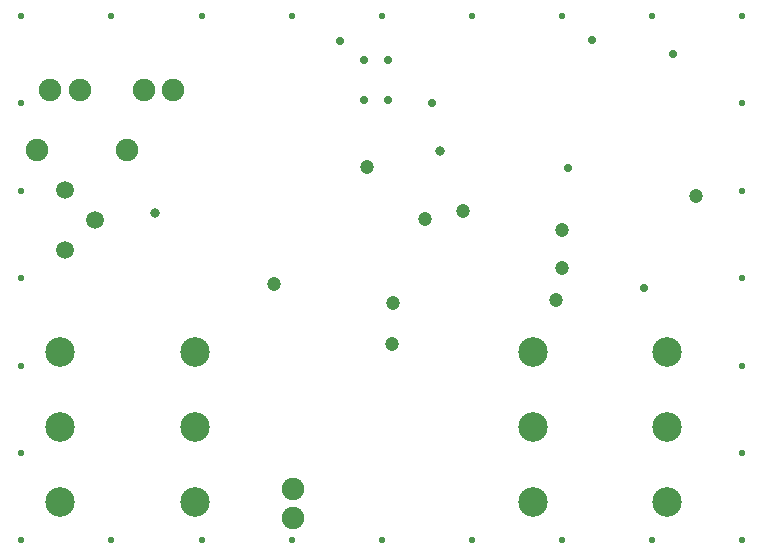
<source format=gbs>
%FSLAX46Y46*%
%MOMM*%
%AMPS12*
1,1,2.500000,0.000000,0.000000*
%
%ADD12PS12*%
%AMPS11*
1,1,1.500000,0.000000,0.000000*
%
%ADD11PS11*%
%AMPS10*
1,1,1.900000,0.000000,0.000000*
%
%ADD10PS10*%
%AMPS13*
1,1,1.900000,0.000000,0.000000*
%
%ADD13PS13*%
%AMPS14*
1,1,1.900000,0.000000,0.000000*
%
%ADD14PS14*%
%AMPS15*
1,1,1.200000,0.000000,0.000000*
%
%ADD15PS15*%
%AMPS17*
1,1,0.550000,0.000000,0.000000*
%
%ADD17PS17*%
%AMPS16*
1,1,0.700000,0.000000,0.000000*
%
%ADD16PS16*%
%AMPS18*
1,1,0.800000,0.000000,0.000000*
%
%ADD18PS18*%
G01*
%LPD*%
G01*
%LPD*%
G75*
D10*
X9960000Y34100000D03*
D10*
X2340000Y34100000D03*
D11*
X4730000Y30640000D03*
D11*
X7270000Y28100000D03*
D11*
X4730000Y25560000D03*
D12*
X15690000Y10600000D03*
D12*
X4270000Y10600000D03*
D12*
X4270000Y4250000D03*
D12*
X4270000Y16950000D03*
D12*
X15690000Y16950000D03*
D12*
X15690000Y4250000D03*
D12*
X55700000Y10600000D03*
D12*
X44280000Y10600000D03*
D12*
X44280000Y4250000D03*
D12*
X44280000Y16950000D03*
D12*
X55700000Y16950000D03*
D12*
X55700000Y4250000D03*
D13*
X13852917Y39098737D03*
D13*
X11352917Y39098737D03*
D13*
X5952917Y39098737D03*
D13*
X3452917Y39098737D03*
D14*
X24020000Y5380000D03*
D14*
X24020000Y2880000D03*
D15*
X30270000Y32610000D03*
D16*
X49300000Y43400000D03*
D17*
X62000000Y45400000D03*
D17*
X16250000Y1000000D03*
D16*
X30000000Y38280000D03*
D17*
X62000000Y38000000D03*
D17*
X23875000Y45400000D03*
D17*
X46750000Y45400000D03*
D17*
X62000000Y1000000D03*
D17*
X62000000Y8400000D03*
D17*
X31500000Y45400000D03*
D16*
X30000000Y41720000D03*
D17*
X23875000Y1000000D03*
D17*
X39125000Y1000000D03*
D15*
X46300000Y21400000D03*
D15*
X46800000Y24050000D03*
D15*
X32500000Y21130000D03*
D16*
X35800000Y38000000D03*
D17*
X1000000Y15800000D03*
D17*
X62000000Y23200000D03*
D17*
X54375000Y1000000D03*
D17*
X1000000Y1000000D03*
D16*
X56180000Y42210000D03*
D17*
X8625000Y45400000D03*
D17*
X62000000Y30600000D03*
D17*
X1000000Y23200000D03*
D15*
X35160000Y28200000D03*
D16*
X32000000Y41720000D03*
D17*
X1000000Y45400000D03*
D17*
X1000000Y8400000D03*
D15*
X32400000Y17600000D03*
D15*
X58075000Y30180000D03*
D15*
X38400000Y28890000D03*
D16*
X53750000Y22360000D03*
D16*
X28000000Y43260000D03*
D17*
X1000000Y30600000D03*
D18*
X36400000Y33960000D03*
D17*
X46750000Y1000000D03*
D17*
X8625000Y1000000D03*
D17*
X1000000Y38000000D03*
D17*
X16250000Y45400000D03*
D15*
X22400000Y22700000D03*
D15*
X46800000Y27300000D03*
D16*
X32000000Y38280000D03*
D18*
X12300000Y28760000D03*
D17*
X62000000Y15800000D03*
D17*
X31500000Y1000000D03*
D17*
X39125000Y45400000D03*
D17*
X54375000Y45400000D03*
D16*
X47300000Y32500000D03*
M02*

</source>
